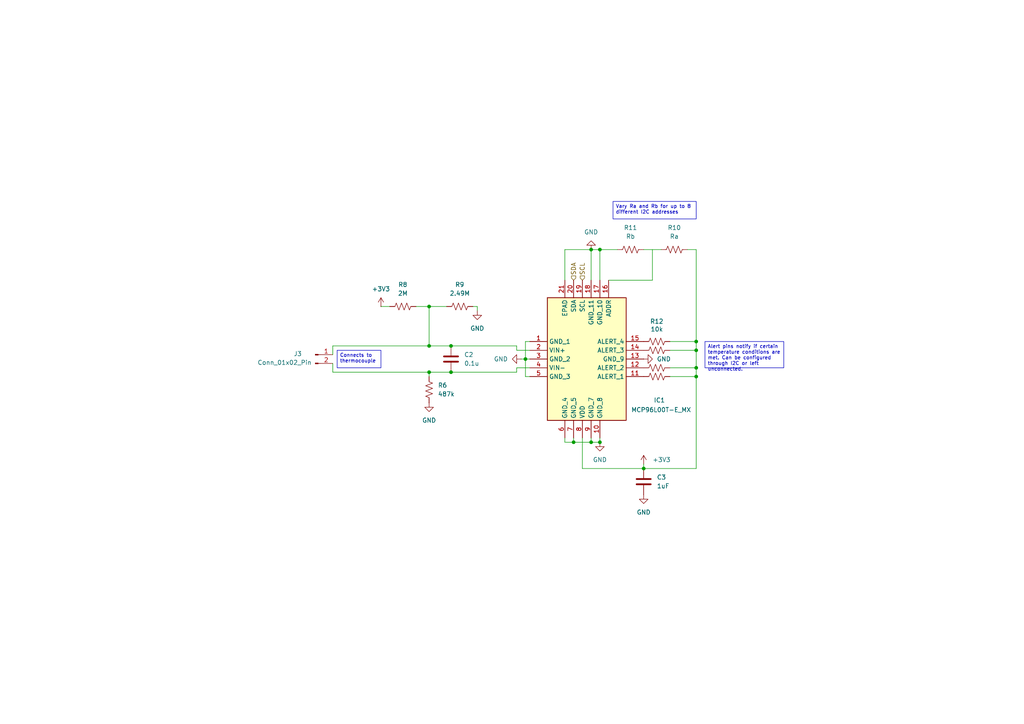
<source format=kicad_sch>
(kicad_sch (version 20231120) (generator "eeschema") (generator_version "8.0")
  (paper "A4")
  (lib_symbols
    (symbol "Connector:Conn_01x02_Pin" (pin_names (offset 1.016) hide)
      (property "Reference" "J" (at 0 2.54 0))
      (property "Value" "Conn_01x02_Pin" (at 0 -5.08 0))
      (symbol "Conn_01x02_Pin_1_1"
        (polyline (pts (xy 1.27 -2.54) (xy 0.8636 -2.54)) (stroke (width 0.1524)))
        (polyline (pts (xy 1.27 0) (xy 0.8636 0)) (stroke (width 0.1524)))
        (rectangle (start 0.8636 -2.413) (end 0 -2.667) (stroke (width 0.1524)) (fill (type outline)))
        (rectangle (start 0.8636 0.127) (end 0 -0.127) (stroke (width 0.1524)) (fill (type outline)))
        (pin passive line (at 5.08 0 180) (length 3.81) (name "Pin_1") (number "1"))
        (pin passive line (at 5.08 -2.54 180) (length 3.81) (name "Pin_2") (number "2"))
      )
    )
    (symbol "Device:C" (pin_numbers hide) (pin_names (offset 0.254))
      (property "Reference" "C" (at 0.635 2.54 0))
      (property "Value" "C" (at 0.635 -2.54 0))
      (symbol "C_0_1"
        (polyline (pts (xy -2.032 -0.762) (xy 2.032 -0.762)) (stroke (width 0.508)))
        (polyline (pts (xy -2.032 0.762) (xy 2.032 0.762)) (stroke (width 0.508)))
      )
      (symbol "C_1_1"
        (pin passive line (at 0 3.81 270) (length 2.794) (name "~") (number "1"))
        (pin passive line (at 0 -3.81 90) (length 2.794) (name "~") (number "2"))
      )
    )
    (symbol "Device:R_US" (pin_numbers hide) (pin_names (offset 0))
      (property "Reference" "R" (at 2.54 0 90))
      (property "Value" "R_US" (at -2.54 0 90))
      (symbol "R_US_0_1"
        (polyline (pts (xy 0 -2.286) (xy 0 -2.54)))
        (polyline (pts (xy 0 2.286) (xy 0 2.54)))
        (polyline (pts (xy 0 -0.762) (xy 1.016 -1.143) (xy 0 -1.524) (xy -1.016 -1.905) (xy 0 -2.286)))
        (polyline (pts (xy 0 0.762) (xy 1.016 0.381) (xy 0 0) (xy -1.016 -0.381) (xy 0 -0.762)))
        (polyline (pts (xy 0 2.286) (xy 1.016 1.905) (xy 0 1.524) (xy -1.016 1.143) (xy 0 0.762)))
      )
      (symbol "R_US_1_1"
        (pin passive line (at 0 3.81 270) (length 1.27) (name "~") (number "1"))
        (pin passive line (at 0 -3.81 90) (length 1.27) (name "~") (number "2"))
      )
    )
    (symbol "MCP96L00:MCP96L00T-E_MX"
      (property "Reference" "IC1" (at 38.1 6.3186 0))
      (property "Value" "MCP96L00T-E_MX" (at 38.1 3.7786 0))
      (symbol "MCP96L00T-E_MX_1_1"
        (rectangle (start 5.08 12.7) (end 27.94 -22.86) (stroke (width 0.254)) (fill (type background)))
        (pin passive line (at 0 0 0) (length 5.08) (name "GND_1") (number "1"))
        (pin power_in line (at 20.32 -27.94 90) (length 5.08) (name "GND_8") (number "10"))
        (pin passive line (at 33.02 -10.16 180) (length 5.08) (name "ALERT_1") (number "11"))
        (pin passive line (at 33.02 -7.62 180) (length 5.08) (name "ALERT_2") (number "12"))
        (pin power_in line (at 33.02 -5.08 180) (length 5.08) (name "GND_9") (number "13"))
        (pin passive line (at 33.02 -2.54 180) (length 5.08) (name "ALERT_3") (number "14"))
        (pin passive line (at 33.02 0 180) (length 5.08) (name "ALERT_4") (number "15"))
        (pin passive line (at 22.86 17.78 270) (length 5.08) (name "ADDR") (number "16"))
        (pin power_in line (at 20.32 17.78 270) (length 5.08) (name "GND_10") (number "17"))
        (pin power_in line (at 17.78 17.78 270) (length 5.08) (name "GND_11") (number "18"))
        (pin passive line (at 15.24 17.78 270) (length 5.08) (name "SCL") (number "19"))
        (pin passive line (at 0 -2.54 0) (length 5.08) (name "VIN+") (number "2"))
        (pin passive line (at 12.7 17.78 270) (length 5.08) (name "SDA") (number "20"))
        (pin passive line (at 10.16 17.78 270) (length 5.08) (name "EPAD") (number "21"))
        (pin power_in line (at 0 -5.08 0) (length 5.08) (name "GND_2") (number "3"))
        (pin passive line (at 0 -7.62 0) (length 5.08) (name "VIN-") (number "4"))
        (pin passive line (at 0 -10.16 0) (length 5.08) (name "GND_3") (number "5"))
        (pin passive line (at 10.16 -27.94 90) (length 5.08) (name "GND_4") (number "6"))
        (pin passive line (at 12.7 -27.94 90) (length 5.08) (name "GND_5") (number "7"))
        (pin power_in line (at 15.24 -27.94 90) (length 5.08) (name "VDD") (number "8"))
        (pin passive line (at 17.78 -27.94 90) (length 5.08) (name "GND_7") (number "9"))
      )
    )
    (symbol "power:+3V3" (power) (pin_numbers hide) (pin_names (offset 0) hide)
      (property "Value" "+3V3" (at 0 3.556 0))
      (symbol "+3V3_0_1"
        (polyline (pts (xy -0.762 1.27) (xy 0 2.54)))
        (polyline (pts (xy 0 0) (xy 0 2.54)))
        (polyline (pts (xy 0 2.54) (xy 0.762 1.27)))
      )
      (symbol "+3V3_1_1"
        (pin power_in line (at 0 0 90) (length 0) (name "~") (number "1"))
      )
    )
    (symbol "power:GND" (power) (pin_numbers hide) (pin_names (offset 0) hide)
      (property "Value" "GND" (at 0 -3.81 0))
      (symbol "GND_0_1"
        (polyline (pts (xy 0 0) (xy 0 -1.27) (xy 1.27 -1.27) (xy 0 -2.54) (xy -1.27 -1.27) (xy 0 -1.27)))
      )
      (symbol "GND_1_1"
        (pin power_in line (at 0 0 270) (length 0) (name "~") (number "1"))
      )
    )
  )
  (junction (at 124.46 107.95))
  (junction (at 130.81 100.33))
  (junction (at 173.99 128.27))
  (junction (at 124.46 88.9))
  (junction (at 171.45 128.27))
  (junction (at 166.37 128.27))
  (junction (at 124.46 100.33))
  (junction (at 201.93 106.68))
  (junction (at 201.93 101.6))
  (junction (at 186.69 135.89))
  (junction (at 201.93 99.06))
  (junction (at 152.4 104.14))
  (junction (at 173.99 72.39))
  (junction (at 171.45 72.39))
  (junction (at 201.93 109.22))
  (junction (at 130.81 107.95))
  (wire (pts (xy 151.13 104.14) (xy 152.4 104.14)))
  (wire (pts (xy 149.86 101.6) (xy 149.86 100.33)))
  (wire (pts (xy 124.46 88.9) (xy 129.54 88.9)))
  (wire (pts (xy 189.23 81.28) (xy 176.53 81.28)))
  (wire (pts (xy 96.52 100.33) (xy 96.52 102.87)))
  (wire (pts (xy 138.43 90.17) (xy 138.43 88.9)))
  (wire (pts (xy 194.31 99.06) (xy 201.93 99.06)))
  (wire (pts (xy 124.46 88.9) (xy 124.46 100.33)))
  (wire (pts (xy 173.99 72.39) (xy 173.99 81.28)))
  (wire (pts (xy 186.69 135.89) (xy 168.91 135.89)))
  (wire (pts (xy 96.52 105.41) (xy 96.52 107.95)))
  (wire (pts (xy 120.65 88.9) (xy 124.46 88.9)))
  (wire (pts (xy 201.93 135.89) (xy 186.69 135.89)))
  (wire (pts (xy 96.52 107.95) (xy 124.46 107.95)))
  (wire (pts (xy 124.46 100.33) (xy 130.81 100.33)))
  (wire (pts (xy 194.31 101.6) (xy 201.93 101.6)))
  (wire (pts (xy 163.83 128.27) (xy 166.37 128.27)))
  (wire (pts (xy 153.67 106.68) (xy 149.86 106.68)))
  (wire (pts (xy 166.37 127) (xy 166.37 128.27)))
  (wire (pts (xy 153.67 101.6) (xy 149.86 101.6)))
  (wire (pts (xy 194.31 109.22) (xy 201.93 109.22)))
  (wire (pts (xy 153.67 109.22) (xy 152.4 109.22)))
  (wire (pts (xy 201.93 72.39) (xy 201.93 99.06)))
  (wire (pts (xy 201.93 109.22) (xy 201.93 135.89)))
  (wire (pts (xy 149.86 106.68) (xy 149.86 107.95)))
  (wire (pts (xy 171.45 72.39) (xy 171.45 81.28)))
  (wire (pts (xy 171.45 127) (xy 171.45 128.27)))
  (wire (pts (xy 163.83 127) (xy 163.83 128.27)))
  (wire (pts (xy 171.45 72.39) (xy 173.99 72.39)))
  (wire (pts (xy 96.52 100.33) (xy 124.46 100.33)))
  (wire (pts (xy 194.31 106.68) (xy 201.93 106.68)))
  (wire (pts (xy 152.4 104.14) (xy 153.67 104.14)))
  (wire (pts (xy 166.37 128.27) (xy 171.45 128.27)))
  (wire (pts (xy 186.69 135.89) (xy 186.69 134.62)))
  (wire (pts (xy 201.93 99.06) (xy 201.93 101.6)))
  (wire (pts (xy 189.23 72.39) (xy 189.23 81.28)))
  (wire (pts (xy 110.49 88.9) (xy 113.03 88.9)))
  (wire (pts (xy 168.91 135.89) (xy 168.91 127)))
  (wire (pts (xy 130.81 107.95) (xy 149.86 107.95)))
  (wire (pts (xy 173.99 72.39) (xy 179.07 72.39)))
  (wire (pts (xy 201.93 101.6) (xy 201.93 106.68)))
  (wire (pts (xy 130.81 100.33) (xy 149.86 100.33)))
  (wire (pts (xy 152.4 99.06) (xy 153.67 99.06)))
  (wire (pts (xy 138.43 88.9) (xy 137.16 88.9)))
  (wire (pts (xy 173.99 128.27) (xy 173.99 127)))
  (wire (pts (xy 201.93 106.68) (xy 201.93 109.22)))
  (wire (pts (xy 152.4 99.06) (xy 152.4 104.14)))
  (wire (pts (xy 163.83 72.39) (xy 171.45 72.39)))
  (wire (pts (xy 152.4 104.14) (xy 152.4 109.22)))
  (wire (pts (xy 199.39 72.39) (xy 201.93 72.39)))
  (wire (pts (xy 163.83 81.28) (xy 163.83 72.39)))
  (wire (pts (xy 124.46 107.95) (xy 130.81 107.95)))
  (wire (pts (xy 171.45 128.27) (xy 173.99 128.27)))
  (wire (pts (xy 124.46 107.95) (xy 124.46 109.22)))
  (wire (pts (xy 186.69 72.39) (xy 191.77 72.39)))
  (text_box "Connects to thermocouple" (at 97.79 101.6 0) (size 12.7 5.08) (effects (font (size 1.016 1.016)) (justify left top)))
  (text_box "Vary Ra and Rb for up to 8 different I2C addresses" (at 177.8 58.42 0) (size 24.13 5.08) (effects (font (size 1.016 1.016)) (justify left top)))
  (text_box "Alert pins notify if certain temperature conditions are met. Can be configured through I2C or left unconnected." (at 204.47 99.06 0) (size 22.86 7.62) (effects (font (size 1.016 1.016)) (justify left top)))
  (hierarchical_label "SCL" (shape input) (at 168.91 81.28 90))
  (hierarchical_label "SDA" (shape input) (at 166.37 81.28 90))
  (symbol (lib_id "power:GND") (at 138.43 90.17 0) (unit 1)
    (property "Reference" "#PWR09" (effects (hide yes)))
    (property "Value" "GND" (at 138.43 95.25 0))
    (property "Description" "Power symbol creates a global label with name \"GND\" , ground" (effects (hide yes)))
  )
  (symbol (lib_id "power:GND") (at 151.13 104.14 270) (unit 1)
    (property "Reference" "#PWR012" (effects (hide yes)))
    (property "Value" "GND" (at 147.32 104.1399 90) (effects (justify right)))
    (property "Description" "Power symbol creates a global label with name \"GND\" , ground" (effects (hide yes)))
  )
  (symbol (lib_id "power:GND") (at 173.99 128.27 0) (unit 1)
    (property "Reference" "#PWR014" (effects (hide yes)))
    (property "Value" "GND" (at 173.99 133.35 0))
    (property "Description" "Power symbol creates a global label with name \"GND\" , ground" (effects (hide yes)))
  )
  (symbol (lib_id "Device:R_US") (at 190.5 109.22 90) (unit 1)
    (property "Reference" "R15" (effects (hide yes)))
    (property "Value" "R_US" (effects (hide yes)))
    (property "Description" "Resistor, US symbol" (effects (hide yes)))
  )
  (symbol (lib_id "Device:R_US") (at 195.58 72.39 90) (unit 1)
    (property "Reference" "R10" (at 195.58 66.04 90))
    (property "Value" "Ra" (at 195.58 68.58 90))
    (property "Description" "Resistor, US symbol" (effects (hide yes)))
  )
  (symbol (lib_id "Device:R_US") (at 190.5 99.06 90) (unit 1)
    (property "Reference" "R12" (at 190.5 93.218 90))
    (property "Value" "10k" (at 190.5 95.504 90))
    (property "Description" "Resistor, US symbol" (effects (hide yes)))
  )
  (symbol (lib_id "MCP96L00:MCP96L00T-E_MX") (at 153.67 99.06 0) (unit 1)
    (property "Reference" "IC1" (at 191.262 116.078 0))
    (property "Value" "MCP96L00T-E_MX" (at 191.77 118.872 0))
    (property "Footprint" "QFN65P500X500X100-21N-D" (effects (hide yes)))
    (property "Datasheet" "https://datasheet.datasheetarchive.com/originals/distributors/DKDS41/DSANUWW0026539.pdf" (effects (hide yes)))
    (property "Description" "MICROCHIP - MCP96L00T-E/MX - TEMPERATURE SENSOR, 6DEG C, MQFN" (effects (hide yes)))
    (property "Height" "1" (effects (hide yes)))
    (property "Mouser Part Number" "579-MCP96L00T-E/MX" (effects (hide yes)))
    (property "Mouser Price/Stock" "https://www.mouser.co.uk/ProductDetail/Microchip-Technology/MCP96L00T-E-MX?qs=lc2O%252BfHJPVbfgU9%252BbwIcfg%3D%3D" (effects (hide yes)))
    (property "Manufacturer_Name" "Microchip" (effects (hide yes)))
    (property "Manufacturer_Part_Number" "MCP96L00T-E/MX" (effects (hide yes)))
  )
  (symbol (lib_id "Device:R_US") (at 182.88 72.39 90) (unit 1)
    (property "Reference" "R11" (at 182.88 66.04 90))
    (property "Value" "Rb" (at 182.88 68.58 90))
    (property "Description" "Resistor, US symbol" (effects (hide yes)))
  )
  (symbol (lib_id "Device:R_US") (at 190.5 101.6 90) (unit 1)
    (property "Reference" "R13" (effects (hide yes)))
    (property "Value" "R_US" (effects (hide yes)))
    (property "Description" "Resistor, US symbol" (effects (hide yes)))
  )
  (symbol (lib_id "Device:C") (at 130.81 104.14 0) (unit 1)
    (property "Reference" "C2" (at 134.62 102.8699 0) (effects (justify left)))
    (property "Value" "0.1u" (at 134.62 105.4099 0) (effects (justify left)))
    (property "Description" "Unpolarized capacitor" (effects (hide yes)))
  )
  (symbol (lib_id "power:GND") (at 186.69 104.14 90) (unit 1)
    (property "Reference" "#PWR013" (effects (hide yes)))
    (property "Value" "GND" (at 190.5 104.1399 90) (effects (justify right)))
    (property "Description" "Power symbol creates a global label with name \"GND\" , ground" (effects (hide yes)))
  )
  (symbol (lib_id "power:+3V3") (at 110.49 88.9 0) (unit 1)
    (property "Reference" "#PWR011" (effects (hide yes)))
    (property "Value" "+3V3" (at 110.49 83.82 0))
    (property "Description" "Power symbol creates a global label with name \"+3V3\"" (effects (hide yes)))
  )
  (symbol (lib_id "Device:R_US") (at 116.84 88.9 90) (unit 1)
    (property "Reference" "R8" (at 116.84 82.55 90))
    (property "Value" "2M" (at 116.84 85.09 90))
    (property "Description" "Resistor, US symbol" (effects (hide yes)))
  )
  (symbol (lib_id "Device:R_US") (at 190.5 106.68 90) (unit 1)
    (property "Reference" "R14" (effects (hide yes)))
    (property "Value" "R_US" (effects (hide yes)))
    (property "Description" "Resistor, US symbol" (effects (hide yes)))
  )
  (symbol (lib_id "power:GND") (at 171.45 72.39 180) (unit 1)
    (property "Reference" "#PWR016" (effects (hide yes)))
    (property "Value" "GND" (at 171.45 67.31 0))
    (property "Description" "Power symbol creates a global label with name \"GND\" , ground" (effects (hide yes)))
  )
  (symbol (lib_id "Connector:Conn_01x02_Pin") (at 91.44 102.87 0) (unit 1)
    (property "Reference" "J3" (at 86.36 102.616 0))
    (property "Value" "Conn_01x02_Pin" (at 82.55 105.156 0))
    (property "Description" "Generic connector, single row, 01x02, script generated" (effects (hide yes)))
  )
  (symbol (lib_id "power:GND") (at 124.46 116.84 0) (unit 1)
    (property "Reference" "#PWR010" (effects (hide yes)))
    (property "Value" "GND" (at 124.46 121.92 0))
    (property "Description" "Power symbol creates a global label with name \"GND\" , ground" (effects (hide yes)))
  )
  (symbol (lib_id "Device:C") (at 186.69 139.7 0) (unit 1)
    (property "Reference" "C3" (at 190.5 138.4299 0) (effects (justify left)))
    (property "Value" "1uF" (at 190.5 140.9699 0) (effects (justify left)))
    (property "Description" "Unpolarized capacitor" (effects (hide yes)))
  )
  (symbol (lib_id "Device:R_US") (at 133.35 88.9 90) (unit 1)
    (property "Reference" "R9" (at 133.35 82.55 90))
    (property "Value" "2.49M" (at 133.35 85.09 90))
    (property "Description" "Resistor, US symbol" (effects (hide yes)))
  )
  (symbol (lib_id "Device:R_US") (at 124.46 113.03 0) (unit 1)
    (property "Reference" "R6" (at 127 111.7599 0) (effects (justify left)))
    (property "Value" "487k" (at 127 114.2999 0) (effects (justify left)))
    (property "Description" "Resistor, US symbol" (effects (hide yes)))
  )
  (symbol (lib_id "power:GND") (at 186.69 143.51 0) (unit 1)
    (property "Reference" "#PWR017" (effects (hide yes)))
    (property "Value" "GND" (at 186.69 148.59 0))
    (property "Description" "Power symbol creates a global label with name \"GND\" , ground" (effects (hide yes)))
  )
  (symbol (lib_id "power:+3V3") (at 186.69 134.62 0) (unit 1)
    (property "Reference" "#PWR015" (effects (hide yes)))
    (property "Value" "+3V3" (at 189.23 133.3499 0) (effects (justify left)))
    (property "Description" "Power symbol creates a global label with name \"+3V3\"" (effects (hide yes)))
  )
)
</source>
